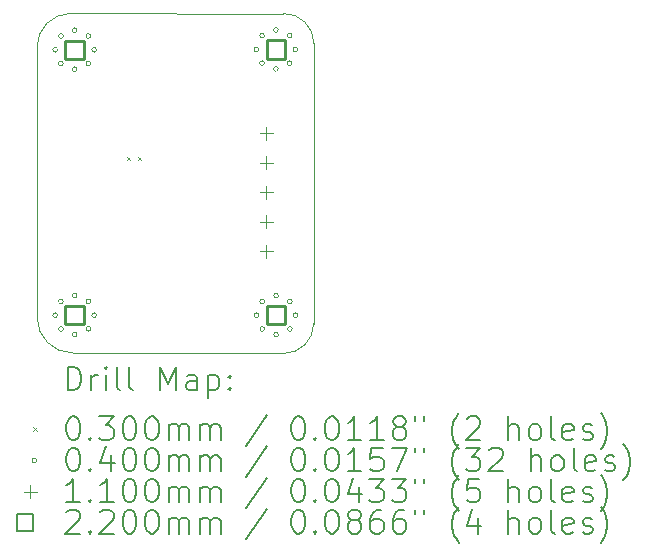
<source format=gbr>
%TF.GenerationSoftware,KiCad,Pcbnew,8.0.8*%
%TF.CreationDate,2025-04-14T11:13:20+01:00*%
%TF.ProjectId,Bat-mon_v1-Sensor Shield,4261742d-6d6f-46e5-9f76-312d53656e73,rev?*%
%TF.SameCoordinates,Original*%
%TF.FileFunction,Drillmap*%
%TF.FilePolarity,Positive*%
%FSLAX45Y45*%
G04 Gerber Fmt 4.5, Leading zero omitted, Abs format (unit mm)*
G04 Created by KiCad (PCBNEW 8.0.8) date 2025-04-14 11:13:20*
%MOMM*%
%LPD*%
G01*
G04 APERTURE LIST*
%ADD10C,0.050000*%
%ADD11C,0.200000*%
%ADD12C,0.100000*%
%ADD13C,0.110000*%
%ADD14C,0.220000*%
G04 APERTURE END LIST*
D10*
X9633224Y-6873224D02*
X9635000Y-4500000D01*
X9633224Y-6873224D02*
G75*
G02*
X9383224Y-7123224I-250004J4D01*
G01*
X7575000Y-4245000D02*
X9375041Y-4246366D01*
X7592133Y-7120000D02*
G75*
G02*
X7292130Y-6820000I-3J300000D01*
G01*
X7292133Y-6820000D02*
X7291381Y-4527868D01*
X7291381Y-4527868D02*
G75*
G02*
X7575000Y-4245005I285729J-2872D01*
G01*
X7592133Y-7120000D02*
X9383224Y-7123224D01*
X9375041Y-4246366D02*
G75*
G02*
X9635004Y-4500000I7549J-252304D01*
G01*
D11*
D12*
X8050000Y-5460000D02*
X8080000Y-5490000D01*
X8080000Y-5460000D02*
X8050000Y-5490000D01*
X8145000Y-5460000D02*
X8175000Y-5490000D01*
X8175000Y-5460000D02*
X8145000Y-5490000D01*
X7465000Y-4553327D02*
G75*
G02*
X7425000Y-4553327I-20000J0D01*
G01*
X7425000Y-4553327D02*
G75*
G02*
X7465000Y-4553327I20000J0D01*
G01*
X7465000Y-6800000D02*
G75*
G02*
X7425000Y-6800000I-20000J0D01*
G01*
X7425000Y-6800000D02*
G75*
G02*
X7465000Y-6800000I20000J0D01*
G01*
X7513327Y-4436655D02*
G75*
G02*
X7473327Y-4436655I-20000J0D01*
G01*
X7473327Y-4436655D02*
G75*
G02*
X7513327Y-4436655I20000J0D01*
G01*
X7513327Y-4670000D02*
G75*
G02*
X7473327Y-4670000I-20000J0D01*
G01*
X7473327Y-4670000D02*
G75*
G02*
X7513327Y-4670000I20000J0D01*
G01*
X7513327Y-6683327D02*
G75*
G02*
X7473327Y-6683327I-20000J0D01*
G01*
X7473327Y-6683327D02*
G75*
G02*
X7513327Y-6683327I20000J0D01*
G01*
X7513327Y-6916673D02*
G75*
G02*
X7473327Y-6916673I-20000J0D01*
G01*
X7473327Y-6916673D02*
G75*
G02*
X7513327Y-6916673I20000J0D01*
G01*
X7630000Y-4388327D02*
G75*
G02*
X7590000Y-4388327I-20000J0D01*
G01*
X7590000Y-4388327D02*
G75*
G02*
X7630000Y-4388327I20000J0D01*
G01*
X7630000Y-4718327D02*
G75*
G02*
X7590000Y-4718327I-20000J0D01*
G01*
X7590000Y-4718327D02*
G75*
G02*
X7630000Y-4718327I20000J0D01*
G01*
X7630000Y-6635000D02*
G75*
G02*
X7590000Y-6635000I-20000J0D01*
G01*
X7590000Y-6635000D02*
G75*
G02*
X7630000Y-6635000I20000J0D01*
G01*
X7630000Y-6965000D02*
G75*
G02*
X7590000Y-6965000I-20000J0D01*
G01*
X7590000Y-6965000D02*
G75*
G02*
X7630000Y-6965000I20000J0D01*
G01*
X7746673Y-4436655D02*
G75*
G02*
X7706673Y-4436655I-20000J0D01*
G01*
X7706673Y-4436655D02*
G75*
G02*
X7746673Y-4436655I20000J0D01*
G01*
X7746673Y-4670000D02*
G75*
G02*
X7706673Y-4670000I-20000J0D01*
G01*
X7706673Y-4670000D02*
G75*
G02*
X7746673Y-4670000I20000J0D01*
G01*
X7746673Y-6683327D02*
G75*
G02*
X7706673Y-6683327I-20000J0D01*
G01*
X7706673Y-6683327D02*
G75*
G02*
X7746673Y-6683327I20000J0D01*
G01*
X7746673Y-6916673D02*
G75*
G02*
X7706673Y-6916673I-20000J0D01*
G01*
X7706673Y-6916673D02*
G75*
G02*
X7746673Y-6916673I20000J0D01*
G01*
X7795000Y-4553327D02*
G75*
G02*
X7755000Y-4553327I-20000J0D01*
G01*
X7755000Y-4553327D02*
G75*
G02*
X7795000Y-4553327I20000J0D01*
G01*
X7795000Y-6800000D02*
G75*
G02*
X7755000Y-6800000I-20000J0D01*
G01*
X7755000Y-6800000D02*
G75*
G02*
X7795000Y-6800000I20000J0D01*
G01*
X9168327Y-4550000D02*
G75*
G02*
X9128327Y-4550000I-20000J0D01*
G01*
X9128327Y-4550000D02*
G75*
G02*
X9168327Y-4550000I20000J0D01*
G01*
X9170000Y-6800000D02*
G75*
G02*
X9130000Y-6800000I-20000J0D01*
G01*
X9130000Y-6800000D02*
G75*
G02*
X9170000Y-6800000I20000J0D01*
G01*
X9216655Y-4433327D02*
G75*
G02*
X9176655Y-4433327I-20000J0D01*
G01*
X9176655Y-4433327D02*
G75*
G02*
X9216655Y-4433327I20000J0D01*
G01*
X9216655Y-4666673D02*
G75*
G02*
X9176655Y-4666673I-20000J0D01*
G01*
X9176655Y-4666673D02*
G75*
G02*
X9216655Y-4666673I20000J0D01*
G01*
X9218327Y-6683327D02*
G75*
G02*
X9178327Y-6683327I-20000J0D01*
G01*
X9178327Y-6683327D02*
G75*
G02*
X9218327Y-6683327I20000J0D01*
G01*
X9218327Y-6916673D02*
G75*
G02*
X9178327Y-6916673I-20000J0D01*
G01*
X9178327Y-6916673D02*
G75*
G02*
X9218327Y-6916673I20000J0D01*
G01*
X9333327Y-4385000D02*
G75*
G02*
X9293327Y-4385000I-20000J0D01*
G01*
X9293327Y-4385000D02*
G75*
G02*
X9333327Y-4385000I20000J0D01*
G01*
X9333327Y-4715000D02*
G75*
G02*
X9293327Y-4715000I-20000J0D01*
G01*
X9293327Y-4715000D02*
G75*
G02*
X9333327Y-4715000I20000J0D01*
G01*
X9335000Y-6635000D02*
G75*
G02*
X9295000Y-6635000I-20000J0D01*
G01*
X9295000Y-6635000D02*
G75*
G02*
X9335000Y-6635000I20000J0D01*
G01*
X9335000Y-6965000D02*
G75*
G02*
X9295000Y-6965000I-20000J0D01*
G01*
X9295000Y-6965000D02*
G75*
G02*
X9335000Y-6965000I20000J0D01*
G01*
X9450000Y-4433327D02*
G75*
G02*
X9410000Y-4433327I-20000J0D01*
G01*
X9410000Y-4433327D02*
G75*
G02*
X9450000Y-4433327I20000J0D01*
G01*
X9450000Y-4666673D02*
G75*
G02*
X9410000Y-4666673I-20000J0D01*
G01*
X9410000Y-4666673D02*
G75*
G02*
X9450000Y-4666673I20000J0D01*
G01*
X9451673Y-6683327D02*
G75*
G02*
X9411673Y-6683327I-20000J0D01*
G01*
X9411673Y-6683327D02*
G75*
G02*
X9451673Y-6683327I20000J0D01*
G01*
X9451673Y-6916673D02*
G75*
G02*
X9411673Y-6916673I-20000J0D01*
G01*
X9411673Y-6916673D02*
G75*
G02*
X9451673Y-6916673I20000J0D01*
G01*
X9498327Y-4550000D02*
G75*
G02*
X9458327Y-4550000I-20000J0D01*
G01*
X9458327Y-4550000D02*
G75*
G02*
X9498327Y-4550000I20000J0D01*
G01*
X9500000Y-6800000D02*
G75*
G02*
X9460000Y-6800000I-20000J0D01*
G01*
X9460000Y-6800000D02*
G75*
G02*
X9500000Y-6800000I20000J0D01*
G01*
D13*
X9232500Y-5205000D02*
X9232500Y-5315000D01*
X9177500Y-5260000D02*
X9287500Y-5260000D01*
X9232500Y-5455000D02*
X9232500Y-5565000D01*
X9177500Y-5510000D02*
X9287500Y-5510000D01*
X9232500Y-5705000D02*
X9232500Y-5815000D01*
X9177500Y-5760000D02*
X9287500Y-5760000D01*
X9232500Y-5955000D02*
X9232500Y-6065000D01*
X9177500Y-6010000D02*
X9287500Y-6010000D01*
X9232500Y-6205000D02*
X9232500Y-6315000D01*
X9177500Y-6260000D02*
X9287500Y-6260000D01*
D14*
X7687782Y-4631110D02*
X7687782Y-4475545D01*
X7532217Y-4475545D01*
X7532217Y-4631110D01*
X7687782Y-4631110D01*
X7687782Y-6877782D02*
X7687782Y-6722217D01*
X7532217Y-6722217D01*
X7532217Y-6877782D01*
X7687782Y-6877782D01*
X9391110Y-4627783D02*
X9391110Y-4472218D01*
X9235545Y-4472218D01*
X9235545Y-4627783D01*
X9391110Y-4627783D01*
X9392783Y-6877782D02*
X9392783Y-6722217D01*
X9237218Y-6722217D01*
X9237218Y-6877782D01*
X9392783Y-6877782D01*
D11*
X7549658Y-7437208D02*
X7549658Y-7237208D01*
X7549658Y-7237208D02*
X7597277Y-7237208D01*
X7597277Y-7237208D02*
X7625849Y-7246732D01*
X7625849Y-7246732D02*
X7644896Y-7265779D01*
X7644896Y-7265779D02*
X7654420Y-7284827D01*
X7654420Y-7284827D02*
X7663944Y-7322922D01*
X7663944Y-7322922D02*
X7663944Y-7351494D01*
X7663944Y-7351494D02*
X7654420Y-7389589D01*
X7654420Y-7389589D02*
X7644896Y-7408637D01*
X7644896Y-7408637D02*
X7625849Y-7427684D01*
X7625849Y-7427684D02*
X7597277Y-7437208D01*
X7597277Y-7437208D02*
X7549658Y-7437208D01*
X7749658Y-7437208D02*
X7749658Y-7303875D01*
X7749658Y-7341970D02*
X7759182Y-7322922D01*
X7759182Y-7322922D02*
X7768706Y-7313398D01*
X7768706Y-7313398D02*
X7787753Y-7303875D01*
X7787753Y-7303875D02*
X7806801Y-7303875D01*
X7873468Y-7437208D02*
X7873468Y-7303875D01*
X7873468Y-7237208D02*
X7863944Y-7246732D01*
X7863944Y-7246732D02*
X7873468Y-7256256D01*
X7873468Y-7256256D02*
X7882991Y-7246732D01*
X7882991Y-7246732D02*
X7873468Y-7237208D01*
X7873468Y-7237208D02*
X7873468Y-7256256D01*
X7997277Y-7437208D02*
X7978229Y-7427684D01*
X7978229Y-7427684D02*
X7968706Y-7408637D01*
X7968706Y-7408637D02*
X7968706Y-7237208D01*
X8102039Y-7437208D02*
X8082991Y-7427684D01*
X8082991Y-7427684D02*
X8073468Y-7408637D01*
X8073468Y-7408637D02*
X8073468Y-7237208D01*
X8330610Y-7437208D02*
X8330610Y-7237208D01*
X8330610Y-7237208D02*
X8397277Y-7380065D01*
X8397277Y-7380065D02*
X8463944Y-7237208D01*
X8463944Y-7237208D02*
X8463944Y-7437208D01*
X8644896Y-7437208D02*
X8644896Y-7332446D01*
X8644896Y-7332446D02*
X8635372Y-7313398D01*
X8635372Y-7313398D02*
X8616325Y-7303875D01*
X8616325Y-7303875D02*
X8578230Y-7303875D01*
X8578230Y-7303875D02*
X8559182Y-7313398D01*
X8644896Y-7427684D02*
X8625849Y-7437208D01*
X8625849Y-7437208D02*
X8578230Y-7437208D01*
X8578230Y-7437208D02*
X8559182Y-7427684D01*
X8559182Y-7427684D02*
X8549658Y-7408637D01*
X8549658Y-7408637D02*
X8549658Y-7389589D01*
X8549658Y-7389589D02*
X8559182Y-7370541D01*
X8559182Y-7370541D02*
X8578230Y-7361018D01*
X8578230Y-7361018D02*
X8625849Y-7361018D01*
X8625849Y-7361018D02*
X8644896Y-7351494D01*
X8740134Y-7303875D02*
X8740134Y-7503875D01*
X8740134Y-7313398D02*
X8759182Y-7303875D01*
X8759182Y-7303875D02*
X8797277Y-7303875D01*
X8797277Y-7303875D02*
X8816325Y-7313398D01*
X8816325Y-7313398D02*
X8825849Y-7322922D01*
X8825849Y-7322922D02*
X8835372Y-7341970D01*
X8835372Y-7341970D02*
X8835372Y-7399113D01*
X8835372Y-7399113D02*
X8825849Y-7418160D01*
X8825849Y-7418160D02*
X8816325Y-7427684D01*
X8816325Y-7427684D02*
X8797277Y-7437208D01*
X8797277Y-7437208D02*
X8759182Y-7437208D01*
X8759182Y-7437208D02*
X8740134Y-7427684D01*
X8921087Y-7418160D02*
X8930611Y-7427684D01*
X8930611Y-7427684D02*
X8921087Y-7437208D01*
X8921087Y-7437208D02*
X8911563Y-7427684D01*
X8911563Y-7427684D02*
X8921087Y-7418160D01*
X8921087Y-7418160D02*
X8921087Y-7437208D01*
X8921087Y-7313398D02*
X8930611Y-7322922D01*
X8930611Y-7322922D02*
X8921087Y-7332446D01*
X8921087Y-7332446D02*
X8911563Y-7322922D01*
X8911563Y-7322922D02*
X8921087Y-7313398D01*
X8921087Y-7313398D02*
X8921087Y-7332446D01*
D12*
X7258881Y-7750724D02*
X7288881Y-7780724D01*
X7288881Y-7750724D02*
X7258881Y-7780724D01*
D11*
X7587753Y-7657208D02*
X7606801Y-7657208D01*
X7606801Y-7657208D02*
X7625849Y-7666732D01*
X7625849Y-7666732D02*
X7635372Y-7676256D01*
X7635372Y-7676256D02*
X7644896Y-7695303D01*
X7644896Y-7695303D02*
X7654420Y-7733398D01*
X7654420Y-7733398D02*
X7654420Y-7781018D01*
X7654420Y-7781018D02*
X7644896Y-7819113D01*
X7644896Y-7819113D02*
X7635372Y-7838160D01*
X7635372Y-7838160D02*
X7625849Y-7847684D01*
X7625849Y-7847684D02*
X7606801Y-7857208D01*
X7606801Y-7857208D02*
X7587753Y-7857208D01*
X7587753Y-7857208D02*
X7568706Y-7847684D01*
X7568706Y-7847684D02*
X7559182Y-7838160D01*
X7559182Y-7838160D02*
X7549658Y-7819113D01*
X7549658Y-7819113D02*
X7540134Y-7781018D01*
X7540134Y-7781018D02*
X7540134Y-7733398D01*
X7540134Y-7733398D02*
X7549658Y-7695303D01*
X7549658Y-7695303D02*
X7559182Y-7676256D01*
X7559182Y-7676256D02*
X7568706Y-7666732D01*
X7568706Y-7666732D02*
X7587753Y-7657208D01*
X7740134Y-7838160D02*
X7749658Y-7847684D01*
X7749658Y-7847684D02*
X7740134Y-7857208D01*
X7740134Y-7857208D02*
X7730610Y-7847684D01*
X7730610Y-7847684D02*
X7740134Y-7838160D01*
X7740134Y-7838160D02*
X7740134Y-7857208D01*
X7816325Y-7657208D02*
X7940134Y-7657208D01*
X7940134Y-7657208D02*
X7873468Y-7733398D01*
X7873468Y-7733398D02*
X7902039Y-7733398D01*
X7902039Y-7733398D02*
X7921087Y-7742922D01*
X7921087Y-7742922D02*
X7930610Y-7752446D01*
X7930610Y-7752446D02*
X7940134Y-7771494D01*
X7940134Y-7771494D02*
X7940134Y-7819113D01*
X7940134Y-7819113D02*
X7930610Y-7838160D01*
X7930610Y-7838160D02*
X7921087Y-7847684D01*
X7921087Y-7847684D02*
X7902039Y-7857208D01*
X7902039Y-7857208D02*
X7844896Y-7857208D01*
X7844896Y-7857208D02*
X7825849Y-7847684D01*
X7825849Y-7847684D02*
X7816325Y-7838160D01*
X8063944Y-7657208D02*
X8082991Y-7657208D01*
X8082991Y-7657208D02*
X8102039Y-7666732D01*
X8102039Y-7666732D02*
X8111563Y-7676256D01*
X8111563Y-7676256D02*
X8121087Y-7695303D01*
X8121087Y-7695303D02*
X8130610Y-7733398D01*
X8130610Y-7733398D02*
X8130610Y-7781018D01*
X8130610Y-7781018D02*
X8121087Y-7819113D01*
X8121087Y-7819113D02*
X8111563Y-7838160D01*
X8111563Y-7838160D02*
X8102039Y-7847684D01*
X8102039Y-7847684D02*
X8082991Y-7857208D01*
X8082991Y-7857208D02*
X8063944Y-7857208D01*
X8063944Y-7857208D02*
X8044896Y-7847684D01*
X8044896Y-7847684D02*
X8035372Y-7838160D01*
X8035372Y-7838160D02*
X8025849Y-7819113D01*
X8025849Y-7819113D02*
X8016325Y-7781018D01*
X8016325Y-7781018D02*
X8016325Y-7733398D01*
X8016325Y-7733398D02*
X8025849Y-7695303D01*
X8025849Y-7695303D02*
X8035372Y-7676256D01*
X8035372Y-7676256D02*
X8044896Y-7666732D01*
X8044896Y-7666732D02*
X8063944Y-7657208D01*
X8254420Y-7657208D02*
X8273468Y-7657208D01*
X8273468Y-7657208D02*
X8292515Y-7666732D01*
X8292515Y-7666732D02*
X8302039Y-7676256D01*
X8302039Y-7676256D02*
X8311563Y-7695303D01*
X8311563Y-7695303D02*
X8321087Y-7733398D01*
X8321087Y-7733398D02*
X8321087Y-7781018D01*
X8321087Y-7781018D02*
X8311563Y-7819113D01*
X8311563Y-7819113D02*
X8302039Y-7838160D01*
X8302039Y-7838160D02*
X8292515Y-7847684D01*
X8292515Y-7847684D02*
X8273468Y-7857208D01*
X8273468Y-7857208D02*
X8254420Y-7857208D01*
X8254420Y-7857208D02*
X8235372Y-7847684D01*
X8235372Y-7847684D02*
X8225849Y-7838160D01*
X8225849Y-7838160D02*
X8216325Y-7819113D01*
X8216325Y-7819113D02*
X8206801Y-7781018D01*
X8206801Y-7781018D02*
X8206801Y-7733398D01*
X8206801Y-7733398D02*
X8216325Y-7695303D01*
X8216325Y-7695303D02*
X8225849Y-7676256D01*
X8225849Y-7676256D02*
X8235372Y-7666732D01*
X8235372Y-7666732D02*
X8254420Y-7657208D01*
X8406801Y-7857208D02*
X8406801Y-7723875D01*
X8406801Y-7742922D02*
X8416325Y-7733398D01*
X8416325Y-7733398D02*
X8435372Y-7723875D01*
X8435372Y-7723875D02*
X8463944Y-7723875D01*
X8463944Y-7723875D02*
X8482992Y-7733398D01*
X8482992Y-7733398D02*
X8492515Y-7752446D01*
X8492515Y-7752446D02*
X8492515Y-7857208D01*
X8492515Y-7752446D02*
X8502039Y-7733398D01*
X8502039Y-7733398D02*
X8521087Y-7723875D01*
X8521087Y-7723875D02*
X8549658Y-7723875D01*
X8549658Y-7723875D02*
X8568706Y-7733398D01*
X8568706Y-7733398D02*
X8578230Y-7752446D01*
X8578230Y-7752446D02*
X8578230Y-7857208D01*
X8673468Y-7857208D02*
X8673468Y-7723875D01*
X8673468Y-7742922D02*
X8682992Y-7733398D01*
X8682992Y-7733398D02*
X8702039Y-7723875D01*
X8702039Y-7723875D02*
X8730611Y-7723875D01*
X8730611Y-7723875D02*
X8749658Y-7733398D01*
X8749658Y-7733398D02*
X8759182Y-7752446D01*
X8759182Y-7752446D02*
X8759182Y-7857208D01*
X8759182Y-7752446D02*
X8768706Y-7733398D01*
X8768706Y-7733398D02*
X8787753Y-7723875D01*
X8787753Y-7723875D02*
X8816325Y-7723875D01*
X8816325Y-7723875D02*
X8835373Y-7733398D01*
X8835373Y-7733398D02*
X8844896Y-7752446D01*
X8844896Y-7752446D02*
X8844896Y-7857208D01*
X9235373Y-7647684D02*
X9063944Y-7904827D01*
X9492515Y-7657208D02*
X9511563Y-7657208D01*
X9511563Y-7657208D02*
X9530611Y-7666732D01*
X9530611Y-7666732D02*
X9540135Y-7676256D01*
X9540135Y-7676256D02*
X9549658Y-7695303D01*
X9549658Y-7695303D02*
X9559182Y-7733398D01*
X9559182Y-7733398D02*
X9559182Y-7781018D01*
X9559182Y-7781018D02*
X9549658Y-7819113D01*
X9549658Y-7819113D02*
X9540135Y-7838160D01*
X9540135Y-7838160D02*
X9530611Y-7847684D01*
X9530611Y-7847684D02*
X9511563Y-7857208D01*
X9511563Y-7857208D02*
X9492515Y-7857208D01*
X9492515Y-7857208D02*
X9473468Y-7847684D01*
X9473468Y-7847684D02*
X9463944Y-7838160D01*
X9463944Y-7838160D02*
X9454420Y-7819113D01*
X9454420Y-7819113D02*
X9444896Y-7781018D01*
X9444896Y-7781018D02*
X9444896Y-7733398D01*
X9444896Y-7733398D02*
X9454420Y-7695303D01*
X9454420Y-7695303D02*
X9463944Y-7676256D01*
X9463944Y-7676256D02*
X9473468Y-7666732D01*
X9473468Y-7666732D02*
X9492515Y-7657208D01*
X9644896Y-7838160D02*
X9654420Y-7847684D01*
X9654420Y-7847684D02*
X9644896Y-7857208D01*
X9644896Y-7857208D02*
X9635373Y-7847684D01*
X9635373Y-7847684D02*
X9644896Y-7838160D01*
X9644896Y-7838160D02*
X9644896Y-7857208D01*
X9778230Y-7657208D02*
X9797277Y-7657208D01*
X9797277Y-7657208D02*
X9816325Y-7666732D01*
X9816325Y-7666732D02*
X9825849Y-7676256D01*
X9825849Y-7676256D02*
X9835373Y-7695303D01*
X9835373Y-7695303D02*
X9844896Y-7733398D01*
X9844896Y-7733398D02*
X9844896Y-7781018D01*
X9844896Y-7781018D02*
X9835373Y-7819113D01*
X9835373Y-7819113D02*
X9825849Y-7838160D01*
X9825849Y-7838160D02*
X9816325Y-7847684D01*
X9816325Y-7847684D02*
X9797277Y-7857208D01*
X9797277Y-7857208D02*
X9778230Y-7857208D01*
X9778230Y-7857208D02*
X9759182Y-7847684D01*
X9759182Y-7847684D02*
X9749658Y-7838160D01*
X9749658Y-7838160D02*
X9740135Y-7819113D01*
X9740135Y-7819113D02*
X9730611Y-7781018D01*
X9730611Y-7781018D02*
X9730611Y-7733398D01*
X9730611Y-7733398D02*
X9740135Y-7695303D01*
X9740135Y-7695303D02*
X9749658Y-7676256D01*
X9749658Y-7676256D02*
X9759182Y-7666732D01*
X9759182Y-7666732D02*
X9778230Y-7657208D01*
X10035373Y-7857208D02*
X9921087Y-7857208D01*
X9978230Y-7857208D02*
X9978230Y-7657208D01*
X9978230Y-7657208D02*
X9959182Y-7685779D01*
X9959182Y-7685779D02*
X9940135Y-7704827D01*
X9940135Y-7704827D02*
X9921087Y-7714351D01*
X10225849Y-7857208D02*
X10111563Y-7857208D01*
X10168706Y-7857208D02*
X10168706Y-7657208D01*
X10168706Y-7657208D02*
X10149658Y-7685779D01*
X10149658Y-7685779D02*
X10130611Y-7704827D01*
X10130611Y-7704827D02*
X10111563Y-7714351D01*
X10340135Y-7742922D02*
X10321087Y-7733398D01*
X10321087Y-7733398D02*
X10311563Y-7723875D01*
X10311563Y-7723875D02*
X10302039Y-7704827D01*
X10302039Y-7704827D02*
X10302039Y-7695303D01*
X10302039Y-7695303D02*
X10311563Y-7676256D01*
X10311563Y-7676256D02*
X10321087Y-7666732D01*
X10321087Y-7666732D02*
X10340135Y-7657208D01*
X10340135Y-7657208D02*
X10378230Y-7657208D01*
X10378230Y-7657208D02*
X10397277Y-7666732D01*
X10397277Y-7666732D02*
X10406801Y-7676256D01*
X10406801Y-7676256D02*
X10416325Y-7695303D01*
X10416325Y-7695303D02*
X10416325Y-7704827D01*
X10416325Y-7704827D02*
X10406801Y-7723875D01*
X10406801Y-7723875D02*
X10397277Y-7733398D01*
X10397277Y-7733398D02*
X10378230Y-7742922D01*
X10378230Y-7742922D02*
X10340135Y-7742922D01*
X10340135Y-7742922D02*
X10321087Y-7752446D01*
X10321087Y-7752446D02*
X10311563Y-7761970D01*
X10311563Y-7761970D02*
X10302039Y-7781018D01*
X10302039Y-7781018D02*
X10302039Y-7819113D01*
X10302039Y-7819113D02*
X10311563Y-7838160D01*
X10311563Y-7838160D02*
X10321087Y-7847684D01*
X10321087Y-7847684D02*
X10340135Y-7857208D01*
X10340135Y-7857208D02*
X10378230Y-7857208D01*
X10378230Y-7857208D02*
X10397277Y-7847684D01*
X10397277Y-7847684D02*
X10406801Y-7838160D01*
X10406801Y-7838160D02*
X10416325Y-7819113D01*
X10416325Y-7819113D02*
X10416325Y-7781018D01*
X10416325Y-7781018D02*
X10406801Y-7761970D01*
X10406801Y-7761970D02*
X10397277Y-7752446D01*
X10397277Y-7752446D02*
X10378230Y-7742922D01*
X10492516Y-7657208D02*
X10492516Y-7695303D01*
X10568706Y-7657208D02*
X10568706Y-7695303D01*
X10863944Y-7933398D02*
X10854420Y-7923875D01*
X10854420Y-7923875D02*
X10835373Y-7895303D01*
X10835373Y-7895303D02*
X10825849Y-7876256D01*
X10825849Y-7876256D02*
X10816325Y-7847684D01*
X10816325Y-7847684D02*
X10806801Y-7800065D01*
X10806801Y-7800065D02*
X10806801Y-7761970D01*
X10806801Y-7761970D02*
X10816325Y-7714351D01*
X10816325Y-7714351D02*
X10825849Y-7685779D01*
X10825849Y-7685779D02*
X10835373Y-7666732D01*
X10835373Y-7666732D02*
X10854420Y-7638160D01*
X10854420Y-7638160D02*
X10863944Y-7628637D01*
X10930611Y-7676256D02*
X10940135Y-7666732D01*
X10940135Y-7666732D02*
X10959182Y-7657208D01*
X10959182Y-7657208D02*
X11006801Y-7657208D01*
X11006801Y-7657208D02*
X11025849Y-7666732D01*
X11025849Y-7666732D02*
X11035373Y-7676256D01*
X11035373Y-7676256D02*
X11044897Y-7695303D01*
X11044897Y-7695303D02*
X11044897Y-7714351D01*
X11044897Y-7714351D02*
X11035373Y-7742922D01*
X11035373Y-7742922D02*
X10921087Y-7857208D01*
X10921087Y-7857208D02*
X11044897Y-7857208D01*
X11282992Y-7857208D02*
X11282992Y-7657208D01*
X11368706Y-7857208D02*
X11368706Y-7752446D01*
X11368706Y-7752446D02*
X11359182Y-7733398D01*
X11359182Y-7733398D02*
X11340135Y-7723875D01*
X11340135Y-7723875D02*
X11311563Y-7723875D01*
X11311563Y-7723875D02*
X11292516Y-7733398D01*
X11292516Y-7733398D02*
X11282992Y-7742922D01*
X11492516Y-7857208D02*
X11473468Y-7847684D01*
X11473468Y-7847684D02*
X11463944Y-7838160D01*
X11463944Y-7838160D02*
X11454420Y-7819113D01*
X11454420Y-7819113D02*
X11454420Y-7761970D01*
X11454420Y-7761970D02*
X11463944Y-7742922D01*
X11463944Y-7742922D02*
X11473468Y-7733398D01*
X11473468Y-7733398D02*
X11492516Y-7723875D01*
X11492516Y-7723875D02*
X11521087Y-7723875D01*
X11521087Y-7723875D02*
X11540135Y-7733398D01*
X11540135Y-7733398D02*
X11549658Y-7742922D01*
X11549658Y-7742922D02*
X11559182Y-7761970D01*
X11559182Y-7761970D02*
X11559182Y-7819113D01*
X11559182Y-7819113D02*
X11549658Y-7838160D01*
X11549658Y-7838160D02*
X11540135Y-7847684D01*
X11540135Y-7847684D02*
X11521087Y-7857208D01*
X11521087Y-7857208D02*
X11492516Y-7857208D01*
X11673468Y-7857208D02*
X11654420Y-7847684D01*
X11654420Y-7847684D02*
X11644897Y-7828637D01*
X11644897Y-7828637D02*
X11644897Y-7657208D01*
X11825849Y-7847684D02*
X11806801Y-7857208D01*
X11806801Y-7857208D02*
X11768706Y-7857208D01*
X11768706Y-7857208D02*
X11749658Y-7847684D01*
X11749658Y-7847684D02*
X11740135Y-7828637D01*
X11740135Y-7828637D02*
X11740135Y-7752446D01*
X11740135Y-7752446D02*
X11749658Y-7733398D01*
X11749658Y-7733398D02*
X11768706Y-7723875D01*
X11768706Y-7723875D02*
X11806801Y-7723875D01*
X11806801Y-7723875D02*
X11825849Y-7733398D01*
X11825849Y-7733398D02*
X11835373Y-7752446D01*
X11835373Y-7752446D02*
X11835373Y-7771494D01*
X11835373Y-7771494D02*
X11740135Y-7790541D01*
X11911563Y-7847684D02*
X11930611Y-7857208D01*
X11930611Y-7857208D02*
X11968706Y-7857208D01*
X11968706Y-7857208D02*
X11987754Y-7847684D01*
X11987754Y-7847684D02*
X11997278Y-7828637D01*
X11997278Y-7828637D02*
X11997278Y-7819113D01*
X11997278Y-7819113D02*
X11987754Y-7800065D01*
X11987754Y-7800065D02*
X11968706Y-7790541D01*
X11968706Y-7790541D02*
X11940135Y-7790541D01*
X11940135Y-7790541D02*
X11921087Y-7781018D01*
X11921087Y-7781018D02*
X11911563Y-7761970D01*
X11911563Y-7761970D02*
X11911563Y-7752446D01*
X11911563Y-7752446D02*
X11921087Y-7733398D01*
X11921087Y-7733398D02*
X11940135Y-7723875D01*
X11940135Y-7723875D02*
X11968706Y-7723875D01*
X11968706Y-7723875D02*
X11987754Y-7733398D01*
X12063944Y-7933398D02*
X12073468Y-7923875D01*
X12073468Y-7923875D02*
X12092516Y-7895303D01*
X12092516Y-7895303D02*
X12102039Y-7876256D01*
X12102039Y-7876256D02*
X12111563Y-7847684D01*
X12111563Y-7847684D02*
X12121087Y-7800065D01*
X12121087Y-7800065D02*
X12121087Y-7761970D01*
X12121087Y-7761970D02*
X12111563Y-7714351D01*
X12111563Y-7714351D02*
X12102039Y-7685779D01*
X12102039Y-7685779D02*
X12092516Y-7666732D01*
X12092516Y-7666732D02*
X12073468Y-7638160D01*
X12073468Y-7638160D02*
X12063944Y-7628637D01*
D12*
X7288881Y-8029724D02*
G75*
G02*
X7248881Y-8029724I-20000J0D01*
G01*
X7248881Y-8029724D02*
G75*
G02*
X7288881Y-8029724I20000J0D01*
G01*
D11*
X7587753Y-7921208D02*
X7606801Y-7921208D01*
X7606801Y-7921208D02*
X7625849Y-7930732D01*
X7625849Y-7930732D02*
X7635372Y-7940256D01*
X7635372Y-7940256D02*
X7644896Y-7959303D01*
X7644896Y-7959303D02*
X7654420Y-7997398D01*
X7654420Y-7997398D02*
X7654420Y-8045018D01*
X7654420Y-8045018D02*
X7644896Y-8083113D01*
X7644896Y-8083113D02*
X7635372Y-8102160D01*
X7635372Y-8102160D02*
X7625849Y-8111684D01*
X7625849Y-8111684D02*
X7606801Y-8121208D01*
X7606801Y-8121208D02*
X7587753Y-8121208D01*
X7587753Y-8121208D02*
X7568706Y-8111684D01*
X7568706Y-8111684D02*
X7559182Y-8102160D01*
X7559182Y-8102160D02*
X7549658Y-8083113D01*
X7549658Y-8083113D02*
X7540134Y-8045018D01*
X7540134Y-8045018D02*
X7540134Y-7997398D01*
X7540134Y-7997398D02*
X7549658Y-7959303D01*
X7549658Y-7959303D02*
X7559182Y-7940256D01*
X7559182Y-7940256D02*
X7568706Y-7930732D01*
X7568706Y-7930732D02*
X7587753Y-7921208D01*
X7740134Y-8102160D02*
X7749658Y-8111684D01*
X7749658Y-8111684D02*
X7740134Y-8121208D01*
X7740134Y-8121208D02*
X7730610Y-8111684D01*
X7730610Y-8111684D02*
X7740134Y-8102160D01*
X7740134Y-8102160D02*
X7740134Y-8121208D01*
X7921087Y-7987875D02*
X7921087Y-8121208D01*
X7873468Y-7911684D02*
X7825849Y-8054541D01*
X7825849Y-8054541D02*
X7949658Y-8054541D01*
X8063944Y-7921208D02*
X8082991Y-7921208D01*
X8082991Y-7921208D02*
X8102039Y-7930732D01*
X8102039Y-7930732D02*
X8111563Y-7940256D01*
X8111563Y-7940256D02*
X8121087Y-7959303D01*
X8121087Y-7959303D02*
X8130610Y-7997398D01*
X8130610Y-7997398D02*
X8130610Y-8045018D01*
X8130610Y-8045018D02*
X8121087Y-8083113D01*
X8121087Y-8083113D02*
X8111563Y-8102160D01*
X8111563Y-8102160D02*
X8102039Y-8111684D01*
X8102039Y-8111684D02*
X8082991Y-8121208D01*
X8082991Y-8121208D02*
X8063944Y-8121208D01*
X8063944Y-8121208D02*
X8044896Y-8111684D01*
X8044896Y-8111684D02*
X8035372Y-8102160D01*
X8035372Y-8102160D02*
X8025849Y-8083113D01*
X8025849Y-8083113D02*
X8016325Y-8045018D01*
X8016325Y-8045018D02*
X8016325Y-7997398D01*
X8016325Y-7997398D02*
X8025849Y-7959303D01*
X8025849Y-7959303D02*
X8035372Y-7940256D01*
X8035372Y-7940256D02*
X8044896Y-7930732D01*
X8044896Y-7930732D02*
X8063944Y-7921208D01*
X8254420Y-7921208D02*
X8273468Y-7921208D01*
X8273468Y-7921208D02*
X8292515Y-7930732D01*
X8292515Y-7930732D02*
X8302039Y-7940256D01*
X8302039Y-7940256D02*
X8311563Y-7959303D01*
X8311563Y-7959303D02*
X8321087Y-7997398D01*
X8321087Y-7997398D02*
X8321087Y-8045018D01*
X8321087Y-8045018D02*
X8311563Y-8083113D01*
X8311563Y-8083113D02*
X8302039Y-8102160D01*
X8302039Y-8102160D02*
X8292515Y-8111684D01*
X8292515Y-8111684D02*
X8273468Y-8121208D01*
X8273468Y-8121208D02*
X8254420Y-8121208D01*
X8254420Y-8121208D02*
X8235372Y-8111684D01*
X8235372Y-8111684D02*
X8225849Y-8102160D01*
X8225849Y-8102160D02*
X8216325Y-8083113D01*
X8216325Y-8083113D02*
X8206801Y-8045018D01*
X8206801Y-8045018D02*
X8206801Y-7997398D01*
X8206801Y-7997398D02*
X8216325Y-7959303D01*
X8216325Y-7959303D02*
X8225849Y-7940256D01*
X8225849Y-7940256D02*
X8235372Y-7930732D01*
X8235372Y-7930732D02*
X8254420Y-7921208D01*
X8406801Y-8121208D02*
X8406801Y-7987875D01*
X8406801Y-8006922D02*
X8416325Y-7997398D01*
X8416325Y-7997398D02*
X8435372Y-7987875D01*
X8435372Y-7987875D02*
X8463944Y-7987875D01*
X8463944Y-7987875D02*
X8482992Y-7997398D01*
X8482992Y-7997398D02*
X8492515Y-8016446D01*
X8492515Y-8016446D02*
X8492515Y-8121208D01*
X8492515Y-8016446D02*
X8502039Y-7997398D01*
X8502039Y-7997398D02*
X8521087Y-7987875D01*
X8521087Y-7987875D02*
X8549658Y-7987875D01*
X8549658Y-7987875D02*
X8568706Y-7997398D01*
X8568706Y-7997398D02*
X8578230Y-8016446D01*
X8578230Y-8016446D02*
X8578230Y-8121208D01*
X8673468Y-8121208D02*
X8673468Y-7987875D01*
X8673468Y-8006922D02*
X8682992Y-7997398D01*
X8682992Y-7997398D02*
X8702039Y-7987875D01*
X8702039Y-7987875D02*
X8730611Y-7987875D01*
X8730611Y-7987875D02*
X8749658Y-7997398D01*
X8749658Y-7997398D02*
X8759182Y-8016446D01*
X8759182Y-8016446D02*
X8759182Y-8121208D01*
X8759182Y-8016446D02*
X8768706Y-7997398D01*
X8768706Y-7997398D02*
X8787753Y-7987875D01*
X8787753Y-7987875D02*
X8816325Y-7987875D01*
X8816325Y-7987875D02*
X8835373Y-7997398D01*
X8835373Y-7997398D02*
X8844896Y-8016446D01*
X8844896Y-8016446D02*
X8844896Y-8121208D01*
X9235373Y-7911684D02*
X9063944Y-8168827D01*
X9492515Y-7921208D02*
X9511563Y-7921208D01*
X9511563Y-7921208D02*
X9530611Y-7930732D01*
X9530611Y-7930732D02*
X9540135Y-7940256D01*
X9540135Y-7940256D02*
X9549658Y-7959303D01*
X9549658Y-7959303D02*
X9559182Y-7997398D01*
X9559182Y-7997398D02*
X9559182Y-8045018D01*
X9559182Y-8045018D02*
X9549658Y-8083113D01*
X9549658Y-8083113D02*
X9540135Y-8102160D01*
X9540135Y-8102160D02*
X9530611Y-8111684D01*
X9530611Y-8111684D02*
X9511563Y-8121208D01*
X9511563Y-8121208D02*
X9492515Y-8121208D01*
X9492515Y-8121208D02*
X9473468Y-8111684D01*
X9473468Y-8111684D02*
X9463944Y-8102160D01*
X9463944Y-8102160D02*
X9454420Y-8083113D01*
X9454420Y-8083113D02*
X9444896Y-8045018D01*
X9444896Y-8045018D02*
X9444896Y-7997398D01*
X9444896Y-7997398D02*
X9454420Y-7959303D01*
X9454420Y-7959303D02*
X9463944Y-7940256D01*
X9463944Y-7940256D02*
X9473468Y-7930732D01*
X9473468Y-7930732D02*
X9492515Y-7921208D01*
X9644896Y-8102160D02*
X9654420Y-8111684D01*
X9654420Y-8111684D02*
X9644896Y-8121208D01*
X9644896Y-8121208D02*
X9635373Y-8111684D01*
X9635373Y-8111684D02*
X9644896Y-8102160D01*
X9644896Y-8102160D02*
X9644896Y-8121208D01*
X9778230Y-7921208D02*
X9797277Y-7921208D01*
X9797277Y-7921208D02*
X9816325Y-7930732D01*
X9816325Y-7930732D02*
X9825849Y-7940256D01*
X9825849Y-7940256D02*
X9835373Y-7959303D01*
X9835373Y-7959303D02*
X9844896Y-7997398D01*
X9844896Y-7997398D02*
X9844896Y-8045018D01*
X9844896Y-8045018D02*
X9835373Y-8083113D01*
X9835373Y-8083113D02*
X9825849Y-8102160D01*
X9825849Y-8102160D02*
X9816325Y-8111684D01*
X9816325Y-8111684D02*
X9797277Y-8121208D01*
X9797277Y-8121208D02*
X9778230Y-8121208D01*
X9778230Y-8121208D02*
X9759182Y-8111684D01*
X9759182Y-8111684D02*
X9749658Y-8102160D01*
X9749658Y-8102160D02*
X9740135Y-8083113D01*
X9740135Y-8083113D02*
X9730611Y-8045018D01*
X9730611Y-8045018D02*
X9730611Y-7997398D01*
X9730611Y-7997398D02*
X9740135Y-7959303D01*
X9740135Y-7959303D02*
X9749658Y-7940256D01*
X9749658Y-7940256D02*
X9759182Y-7930732D01*
X9759182Y-7930732D02*
X9778230Y-7921208D01*
X10035373Y-8121208D02*
X9921087Y-8121208D01*
X9978230Y-8121208D02*
X9978230Y-7921208D01*
X9978230Y-7921208D02*
X9959182Y-7949779D01*
X9959182Y-7949779D02*
X9940135Y-7968827D01*
X9940135Y-7968827D02*
X9921087Y-7978351D01*
X10216325Y-7921208D02*
X10121087Y-7921208D01*
X10121087Y-7921208D02*
X10111563Y-8016446D01*
X10111563Y-8016446D02*
X10121087Y-8006922D01*
X10121087Y-8006922D02*
X10140135Y-7997398D01*
X10140135Y-7997398D02*
X10187754Y-7997398D01*
X10187754Y-7997398D02*
X10206801Y-8006922D01*
X10206801Y-8006922D02*
X10216325Y-8016446D01*
X10216325Y-8016446D02*
X10225849Y-8035494D01*
X10225849Y-8035494D02*
X10225849Y-8083113D01*
X10225849Y-8083113D02*
X10216325Y-8102160D01*
X10216325Y-8102160D02*
X10206801Y-8111684D01*
X10206801Y-8111684D02*
X10187754Y-8121208D01*
X10187754Y-8121208D02*
X10140135Y-8121208D01*
X10140135Y-8121208D02*
X10121087Y-8111684D01*
X10121087Y-8111684D02*
X10111563Y-8102160D01*
X10292516Y-7921208D02*
X10425849Y-7921208D01*
X10425849Y-7921208D02*
X10340135Y-8121208D01*
X10492516Y-7921208D02*
X10492516Y-7959303D01*
X10568706Y-7921208D02*
X10568706Y-7959303D01*
X10863944Y-8197398D02*
X10854420Y-8187875D01*
X10854420Y-8187875D02*
X10835373Y-8159303D01*
X10835373Y-8159303D02*
X10825849Y-8140256D01*
X10825849Y-8140256D02*
X10816325Y-8111684D01*
X10816325Y-8111684D02*
X10806801Y-8064065D01*
X10806801Y-8064065D02*
X10806801Y-8025970D01*
X10806801Y-8025970D02*
X10816325Y-7978351D01*
X10816325Y-7978351D02*
X10825849Y-7949779D01*
X10825849Y-7949779D02*
X10835373Y-7930732D01*
X10835373Y-7930732D02*
X10854420Y-7902160D01*
X10854420Y-7902160D02*
X10863944Y-7892637D01*
X10921087Y-7921208D02*
X11044897Y-7921208D01*
X11044897Y-7921208D02*
X10978230Y-7997398D01*
X10978230Y-7997398D02*
X11006801Y-7997398D01*
X11006801Y-7997398D02*
X11025849Y-8006922D01*
X11025849Y-8006922D02*
X11035373Y-8016446D01*
X11035373Y-8016446D02*
X11044897Y-8035494D01*
X11044897Y-8035494D02*
X11044897Y-8083113D01*
X11044897Y-8083113D02*
X11035373Y-8102160D01*
X11035373Y-8102160D02*
X11025849Y-8111684D01*
X11025849Y-8111684D02*
X11006801Y-8121208D01*
X11006801Y-8121208D02*
X10949658Y-8121208D01*
X10949658Y-8121208D02*
X10930611Y-8111684D01*
X10930611Y-8111684D02*
X10921087Y-8102160D01*
X11121087Y-7940256D02*
X11130611Y-7930732D01*
X11130611Y-7930732D02*
X11149658Y-7921208D01*
X11149658Y-7921208D02*
X11197277Y-7921208D01*
X11197277Y-7921208D02*
X11216325Y-7930732D01*
X11216325Y-7930732D02*
X11225849Y-7940256D01*
X11225849Y-7940256D02*
X11235373Y-7959303D01*
X11235373Y-7959303D02*
X11235373Y-7978351D01*
X11235373Y-7978351D02*
X11225849Y-8006922D01*
X11225849Y-8006922D02*
X11111563Y-8121208D01*
X11111563Y-8121208D02*
X11235373Y-8121208D01*
X11473468Y-8121208D02*
X11473468Y-7921208D01*
X11559182Y-8121208D02*
X11559182Y-8016446D01*
X11559182Y-8016446D02*
X11549658Y-7997398D01*
X11549658Y-7997398D02*
X11530611Y-7987875D01*
X11530611Y-7987875D02*
X11502039Y-7987875D01*
X11502039Y-7987875D02*
X11482992Y-7997398D01*
X11482992Y-7997398D02*
X11473468Y-8006922D01*
X11682992Y-8121208D02*
X11663944Y-8111684D01*
X11663944Y-8111684D02*
X11654420Y-8102160D01*
X11654420Y-8102160D02*
X11644897Y-8083113D01*
X11644897Y-8083113D02*
X11644897Y-8025970D01*
X11644897Y-8025970D02*
X11654420Y-8006922D01*
X11654420Y-8006922D02*
X11663944Y-7997398D01*
X11663944Y-7997398D02*
X11682992Y-7987875D01*
X11682992Y-7987875D02*
X11711563Y-7987875D01*
X11711563Y-7987875D02*
X11730611Y-7997398D01*
X11730611Y-7997398D02*
X11740135Y-8006922D01*
X11740135Y-8006922D02*
X11749658Y-8025970D01*
X11749658Y-8025970D02*
X11749658Y-8083113D01*
X11749658Y-8083113D02*
X11740135Y-8102160D01*
X11740135Y-8102160D02*
X11730611Y-8111684D01*
X11730611Y-8111684D02*
X11711563Y-8121208D01*
X11711563Y-8121208D02*
X11682992Y-8121208D01*
X11863944Y-8121208D02*
X11844897Y-8111684D01*
X11844897Y-8111684D02*
X11835373Y-8092637D01*
X11835373Y-8092637D02*
X11835373Y-7921208D01*
X12016325Y-8111684D02*
X11997278Y-8121208D01*
X11997278Y-8121208D02*
X11959182Y-8121208D01*
X11959182Y-8121208D02*
X11940135Y-8111684D01*
X11940135Y-8111684D02*
X11930611Y-8092637D01*
X11930611Y-8092637D02*
X11930611Y-8016446D01*
X11930611Y-8016446D02*
X11940135Y-7997398D01*
X11940135Y-7997398D02*
X11959182Y-7987875D01*
X11959182Y-7987875D02*
X11997278Y-7987875D01*
X11997278Y-7987875D02*
X12016325Y-7997398D01*
X12016325Y-7997398D02*
X12025849Y-8016446D01*
X12025849Y-8016446D02*
X12025849Y-8035494D01*
X12025849Y-8035494D02*
X11930611Y-8054541D01*
X12102039Y-8111684D02*
X12121087Y-8121208D01*
X12121087Y-8121208D02*
X12159182Y-8121208D01*
X12159182Y-8121208D02*
X12178230Y-8111684D01*
X12178230Y-8111684D02*
X12187754Y-8092637D01*
X12187754Y-8092637D02*
X12187754Y-8083113D01*
X12187754Y-8083113D02*
X12178230Y-8064065D01*
X12178230Y-8064065D02*
X12159182Y-8054541D01*
X12159182Y-8054541D02*
X12130611Y-8054541D01*
X12130611Y-8054541D02*
X12111563Y-8045018D01*
X12111563Y-8045018D02*
X12102039Y-8025970D01*
X12102039Y-8025970D02*
X12102039Y-8016446D01*
X12102039Y-8016446D02*
X12111563Y-7997398D01*
X12111563Y-7997398D02*
X12130611Y-7987875D01*
X12130611Y-7987875D02*
X12159182Y-7987875D01*
X12159182Y-7987875D02*
X12178230Y-7997398D01*
X12254420Y-8197398D02*
X12263944Y-8187875D01*
X12263944Y-8187875D02*
X12282992Y-8159303D01*
X12282992Y-8159303D02*
X12292516Y-8140256D01*
X12292516Y-8140256D02*
X12302039Y-8111684D01*
X12302039Y-8111684D02*
X12311563Y-8064065D01*
X12311563Y-8064065D02*
X12311563Y-8025970D01*
X12311563Y-8025970D02*
X12302039Y-7978351D01*
X12302039Y-7978351D02*
X12292516Y-7949779D01*
X12292516Y-7949779D02*
X12282992Y-7930732D01*
X12282992Y-7930732D02*
X12263944Y-7902160D01*
X12263944Y-7902160D02*
X12254420Y-7892637D01*
D13*
X7233881Y-8238724D02*
X7233881Y-8348724D01*
X7178881Y-8293724D02*
X7288881Y-8293724D01*
D11*
X7654420Y-8385208D02*
X7540134Y-8385208D01*
X7597277Y-8385208D02*
X7597277Y-8185208D01*
X7597277Y-8185208D02*
X7578229Y-8213779D01*
X7578229Y-8213779D02*
X7559182Y-8232827D01*
X7559182Y-8232827D02*
X7540134Y-8242351D01*
X7740134Y-8366160D02*
X7749658Y-8375684D01*
X7749658Y-8375684D02*
X7740134Y-8385208D01*
X7740134Y-8385208D02*
X7730610Y-8375684D01*
X7730610Y-8375684D02*
X7740134Y-8366160D01*
X7740134Y-8366160D02*
X7740134Y-8385208D01*
X7940134Y-8385208D02*
X7825849Y-8385208D01*
X7882991Y-8385208D02*
X7882991Y-8185208D01*
X7882991Y-8185208D02*
X7863944Y-8213779D01*
X7863944Y-8213779D02*
X7844896Y-8232827D01*
X7844896Y-8232827D02*
X7825849Y-8242351D01*
X8063944Y-8185208D02*
X8082991Y-8185208D01*
X8082991Y-8185208D02*
X8102039Y-8194732D01*
X8102039Y-8194732D02*
X8111563Y-8204256D01*
X8111563Y-8204256D02*
X8121087Y-8223303D01*
X8121087Y-8223303D02*
X8130610Y-8261398D01*
X8130610Y-8261398D02*
X8130610Y-8309018D01*
X8130610Y-8309018D02*
X8121087Y-8347113D01*
X8121087Y-8347113D02*
X8111563Y-8366160D01*
X8111563Y-8366160D02*
X8102039Y-8375684D01*
X8102039Y-8375684D02*
X8082991Y-8385208D01*
X8082991Y-8385208D02*
X8063944Y-8385208D01*
X8063944Y-8385208D02*
X8044896Y-8375684D01*
X8044896Y-8375684D02*
X8035372Y-8366160D01*
X8035372Y-8366160D02*
X8025849Y-8347113D01*
X8025849Y-8347113D02*
X8016325Y-8309018D01*
X8016325Y-8309018D02*
X8016325Y-8261398D01*
X8016325Y-8261398D02*
X8025849Y-8223303D01*
X8025849Y-8223303D02*
X8035372Y-8204256D01*
X8035372Y-8204256D02*
X8044896Y-8194732D01*
X8044896Y-8194732D02*
X8063944Y-8185208D01*
X8254420Y-8185208D02*
X8273468Y-8185208D01*
X8273468Y-8185208D02*
X8292515Y-8194732D01*
X8292515Y-8194732D02*
X8302039Y-8204256D01*
X8302039Y-8204256D02*
X8311563Y-8223303D01*
X8311563Y-8223303D02*
X8321087Y-8261398D01*
X8321087Y-8261398D02*
X8321087Y-8309018D01*
X8321087Y-8309018D02*
X8311563Y-8347113D01*
X8311563Y-8347113D02*
X8302039Y-8366160D01*
X8302039Y-8366160D02*
X8292515Y-8375684D01*
X8292515Y-8375684D02*
X8273468Y-8385208D01*
X8273468Y-8385208D02*
X8254420Y-8385208D01*
X8254420Y-8385208D02*
X8235372Y-8375684D01*
X8235372Y-8375684D02*
X8225849Y-8366160D01*
X8225849Y-8366160D02*
X8216325Y-8347113D01*
X8216325Y-8347113D02*
X8206801Y-8309018D01*
X8206801Y-8309018D02*
X8206801Y-8261398D01*
X8206801Y-8261398D02*
X8216325Y-8223303D01*
X8216325Y-8223303D02*
X8225849Y-8204256D01*
X8225849Y-8204256D02*
X8235372Y-8194732D01*
X8235372Y-8194732D02*
X8254420Y-8185208D01*
X8406801Y-8385208D02*
X8406801Y-8251875D01*
X8406801Y-8270922D02*
X8416325Y-8261398D01*
X8416325Y-8261398D02*
X8435372Y-8251875D01*
X8435372Y-8251875D02*
X8463944Y-8251875D01*
X8463944Y-8251875D02*
X8482992Y-8261398D01*
X8482992Y-8261398D02*
X8492515Y-8280446D01*
X8492515Y-8280446D02*
X8492515Y-8385208D01*
X8492515Y-8280446D02*
X8502039Y-8261398D01*
X8502039Y-8261398D02*
X8521087Y-8251875D01*
X8521087Y-8251875D02*
X8549658Y-8251875D01*
X8549658Y-8251875D02*
X8568706Y-8261398D01*
X8568706Y-8261398D02*
X8578230Y-8280446D01*
X8578230Y-8280446D02*
X8578230Y-8385208D01*
X8673468Y-8385208D02*
X8673468Y-8251875D01*
X8673468Y-8270922D02*
X8682992Y-8261398D01*
X8682992Y-8261398D02*
X8702039Y-8251875D01*
X8702039Y-8251875D02*
X8730611Y-8251875D01*
X8730611Y-8251875D02*
X8749658Y-8261398D01*
X8749658Y-8261398D02*
X8759182Y-8280446D01*
X8759182Y-8280446D02*
X8759182Y-8385208D01*
X8759182Y-8280446D02*
X8768706Y-8261398D01*
X8768706Y-8261398D02*
X8787753Y-8251875D01*
X8787753Y-8251875D02*
X8816325Y-8251875D01*
X8816325Y-8251875D02*
X8835373Y-8261398D01*
X8835373Y-8261398D02*
X8844896Y-8280446D01*
X8844896Y-8280446D02*
X8844896Y-8385208D01*
X9235373Y-8175684D02*
X9063944Y-8432827D01*
X9492515Y-8185208D02*
X9511563Y-8185208D01*
X9511563Y-8185208D02*
X9530611Y-8194732D01*
X9530611Y-8194732D02*
X9540135Y-8204256D01*
X9540135Y-8204256D02*
X9549658Y-8223303D01*
X9549658Y-8223303D02*
X9559182Y-8261398D01*
X9559182Y-8261398D02*
X9559182Y-8309018D01*
X9559182Y-8309018D02*
X9549658Y-8347113D01*
X9549658Y-8347113D02*
X9540135Y-8366160D01*
X9540135Y-8366160D02*
X9530611Y-8375684D01*
X9530611Y-8375684D02*
X9511563Y-8385208D01*
X9511563Y-8385208D02*
X9492515Y-8385208D01*
X9492515Y-8385208D02*
X9473468Y-8375684D01*
X9473468Y-8375684D02*
X9463944Y-8366160D01*
X9463944Y-8366160D02*
X9454420Y-8347113D01*
X9454420Y-8347113D02*
X9444896Y-8309018D01*
X9444896Y-8309018D02*
X9444896Y-8261398D01*
X9444896Y-8261398D02*
X9454420Y-8223303D01*
X9454420Y-8223303D02*
X9463944Y-8204256D01*
X9463944Y-8204256D02*
X9473468Y-8194732D01*
X9473468Y-8194732D02*
X9492515Y-8185208D01*
X9644896Y-8366160D02*
X9654420Y-8375684D01*
X9654420Y-8375684D02*
X9644896Y-8385208D01*
X9644896Y-8385208D02*
X9635373Y-8375684D01*
X9635373Y-8375684D02*
X9644896Y-8366160D01*
X9644896Y-8366160D02*
X9644896Y-8385208D01*
X9778230Y-8185208D02*
X9797277Y-8185208D01*
X9797277Y-8185208D02*
X9816325Y-8194732D01*
X9816325Y-8194732D02*
X9825849Y-8204256D01*
X9825849Y-8204256D02*
X9835373Y-8223303D01*
X9835373Y-8223303D02*
X9844896Y-8261398D01*
X9844896Y-8261398D02*
X9844896Y-8309018D01*
X9844896Y-8309018D02*
X9835373Y-8347113D01*
X9835373Y-8347113D02*
X9825849Y-8366160D01*
X9825849Y-8366160D02*
X9816325Y-8375684D01*
X9816325Y-8375684D02*
X9797277Y-8385208D01*
X9797277Y-8385208D02*
X9778230Y-8385208D01*
X9778230Y-8385208D02*
X9759182Y-8375684D01*
X9759182Y-8375684D02*
X9749658Y-8366160D01*
X9749658Y-8366160D02*
X9740135Y-8347113D01*
X9740135Y-8347113D02*
X9730611Y-8309018D01*
X9730611Y-8309018D02*
X9730611Y-8261398D01*
X9730611Y-8261398D02*
X9740135Y-8223303D01*
X9740135Y-8223303D02*
X9749658Y-8204256D01*
X9749658Y-8204256D02*
X9759182Y-8194732D01*
X9759182Y-8194732D02*
X9778230Y-8185208D01*
X10016325Y-8251875D02*
X10016325Y-8385208D01*
X9968706Y-8175684D02*
X9921087Y-8318541D01*
X9921087Y-8318541D02*
X10044896Y-8318541D01*
X10102039Y-8185208D02*
X10225849Y-8185208D01*
X10225849Y-8185208D02*
X10159182Y-8261398D01*
X10159182Y-8261398D02*
X10187754Y-8261398D01*
X10187754Y-8261398D02*
X10206801Y-8270922D01*
X10206801Y-8270922D02*
X10216325Y-8280446D01*
X10216325Y-8280446D02*
X10225849Y-8299494D01*
X10225849Y-8299494D02*
X10225849Y-8347113D01*
X10225849Y-8347113D02*
X10216325Y-8366160D01*
X10216325Y-8366160D02*
X10206801Y-8375684D01*
X10206801Y-8375684D02*
X10187754Y-8385208D01*
X10187754Y-8385208D02*
X10130611Y-8385208D01*
X10130611Y-8385208D02*
X10111563Y-8375684D01*
X10111563Y-8375684D02*
X10102039Y-8366160D01*
X10292516Y-8185208D02*
X10416325Y-8185208D01*
X10416325Y-8185208D02*
X10349658Y-8261398D01*
X10349658Y-8261398D02*
X10378230Y-8261398D01*
X10378230Y-8261398D02*
X10397277Y-8270922D01*
X10397277Y-8270922D02*
X10406801Y-8280446D01*
X10406801Y-8280446D02*
X10416325Y-8299494D01*
X10416325Y-8299494D02*
X10416325Y-8347113D01*
X10416325Y-8347113D02*
X10406801Y-8366160D01*
X10406801Y-8366160D02*
X10397277Y-8375684D01*
X10397277Y-8375684D02*
X10378230Y-8385208D01*
X10378230Y-8385208D02*
X10321087Y-8385208D01*
X10321087Y-8385208D02*
X10302039Y-8375684D01*
X10302039Y-8375684D02*
X10292516Y-8366160D01*
X10492516Y-8185208D02*
X10492516Y-8223303D01*
X10568706Y-8185208D02*
X10568706Y-8223303D01*
X10863944Y-8461399D02*
X10854420Y-8451875D01*
X10854420Y-8451875D02*
X10835373Y-8423303D01*
X10835373Y-8423303D02*
X10825849Y-8404256D01*
X10825849Y-8404256D02*
X10816325Y-8375684D01*
X10816325Y-8375684D02*
X10806801Y-8328065D01*
X10806801Y-8328065D02*
X10806801Y-8289970D01*
X10806801Y-8289970D02*
X10816325Y-8242351D01*
X10816325Y-8242351D02*
X10825849Y-8213779D01*
X10825849Y-8213779D02*
X10835373Y-8194732D01*
X10835373Y-8194732D02*
X10854420Y-8166160D01*
X10854420Y-8166160D02*
X10863944Y-8156637D01*
X11035373Y-8185208D02*
X10940135Y-8185208D01*
X10940135Y-8185208D02*
X10930611Y-8280446D01*
X10930611Y-8280446D02*
X10940135Y-8270922D01*
X10940135Y-8270922D02*
X10959182Y-8261398D01*
X10959182Y-8261398D02*
X11006801Y-8261398D01*
X11006801Y-8261398D02*
X11025849Y-8270922D01*
X11025849Y-8270922D02*
X11035373Y-8280446D01*
X11035373Y-8280446D02*
X11044897Y-8299494D01*
X11044897Y-8299494D02*
X11044897Y-8347113D01*
X11044897Y-8347113D02*
X11035373Y-8366160D01*
X11035373Y-8366160D02*
X11025849Y-8375684D01*
X11025849Y-8375684D02*
X11006801Y-8385208D01*
X11006801Y-8385208D02*
X10959182Y-8385208D01*
X10959182Y-8385208D02*
X10940135Y-8375684D01*
X10940135Y-8375684D02*
X10930611Y-8366160D01*
X11282992Y-8385208D02*
X11282992Y-8185208D01*
X11368706Y-8385208D02*
X11368706Y-8280446D01*
X11368706Y-8280446D02*
X11359182Y-8261398D01*
X11359182Y-8261398D02*
X11340135Y-8251875D01*
X11340135Y-8251875D02*
X11311563Y-8251875D01*
X11311563Y-8251875D02*
X11292516Y-8261398D01*
X11292516Y-8261398D02*
X11282992Y-8270922D01*
X11492516Y-8385208D02*
X11473468Y-8375684D01*
X11473468Y-8375684D02*
X11463944Y-8366160D01*
X11463944Y-8366160D02*
X11454420Y-8347113D01*
X11454420Y-8347113D02*
X11454420Y-8289970D01*
X11454420Y-8289970D02*
X11463944Y-8270922D01*
X11463944Y-8270922D02*
X11473468Y-8261398D01*
X11473468Y-8261398D02*
X11492516Y-8251875D01*
X11492516Y-8251875D02*
X11521087Y-8251875D01*
X11521087Y-8251875D02*
X11540135Y-8261398D01*
X11540135Y-8261398D02*
X11549658Y-8270922D01*
X11549658Y-8270922D02*
X11559182Y-8289970D01*
X11559182Y-8289970D02*
X11559182Y-8347113D01*
X11559182Y-8347113D02*
X11549658Y-8366160D01*
X11549658Y-8366160D02*
X11540135Y-8375684D01*
X11540135Y-8375684D02*
X11521087Y-8385208D01*
X11521087Y-8385208D02*
X11492516Y-8385208D01*
X11673468Y-8385208D02*
X11654420Y-8375684D01*
X11654420Y-8375684D02*
X11644897Y-8356637D01*
X11644897Y-8356637D02*
X11644897Y-8185208D01*
X11825849Y-8375684D02*
X11806801Y-8385208D01*
X11806801Y-8385208D02*
X11768706Y-8385208D01*
X11768706Y-8385208D02*
X11749658Y-8375684D01*
X11749658Y-8375684D02*
X11740135Y-8356637D01*
X11740135Y-8356637D02*
X11740135Y-8280446D01*
X11740135Y-8280446D02*
X11749658Y-8261398D01*
X11749658Y-8261398D02*
X11768706Y-8251875D01*
X11768706Y-8251875D02*
X11806801Y-8251875D01*
X11806801Y-8251875D02*
X11825849Y-8261398D01*
X11825849Y-8261398D02*
X11835373Y-8280446D01*
X11835373Y-8280446D02*
X11835373Y-8299494D01*
X11835373Y-8299494D02*
X11740135Y-8318541D01*
X11911563Y-8375684D02*
X11930611Y-8385208D01*
X11930611Y-8385208D02*
X11968706Y-8385208D01*
X11968706Y-8385208D02*
X11987754Y-8375684D01*
X11987754Y-8375684D02*
X11997278Y-8356637D01*
X11997278Y-8356637D02*
X11997278Y-8347113D01*
X11997278Y-8347113D02*
X11987754Y-8328065D01*
X11987754Y-8328065D02*
X11968706Y-8318541D01*
X11968706Y-8318541D02*
X11940135Y-8318541D01*
X11940135Y-8318541D02*
X11921087Y-8309018D01*
X11921087Y-8309018D02*
X11911563Y-8289970D01*
X11911563Y-8289970D02*
X11911563Y-8280446D01*
X11911563Y-8280446D02*
X11921087Y-8261398D01*
X11921087Y-8261398D02*
X11940135Y-8251875D01*
X11940135Y-8251875D02*
X11968706Y-8251875D01*
X11968706Y-8251875D02*
X11987754Y-8261398D01*
X12063944Y-8461399D02*
X12073468Y-8451875D01*
X12073468Y-8451875D02*
X12092516Y-8423303D01*
X12092516Y-8423303D02*
X12102039Y-8404256D01*
X12102039Y-8404256D02*
X12111563Y-8375684D01*
X12111563Y-8375684D02*
X12121087Y-8328065D01*
X12121087Y-8328065D02*
X12121087Y-8289970D01*
X12121087Y-8289970D02*
X12111563Y-8242351D01*
X12111563Y-8242351D02*
X12102039Y-8213779D01*
X12102039Y-8213779D02*
X12092516Y-8194732D01*
X12092516Y-8194732D02*
X12073468Y-8166160D01*
X12073468Y-8166160D02*
X12063944Y-8156637D01*
X7259593Y-8628436D02*
X7259593Y-8487013D01*
X7118170Y-8487013D01*
X7118170Y-8628436D01*
X7259593Y-8628436D01*
X7540134Y-8468256D02*
X7549658Y-8458732D01*
X7549658Y-8458732D02*
X7568706Y-8449208D01*
X7568706Y-8449208D02*
X7616325Y-8449208D01*
X7616325Y-8449208D02*
X7635372Y-8458732D01*
X7635372Y-8458732D02*
X7644896Y-8468256D01*
X7644896Y-8468256D02*
X7654420Y-8487303D01*
X7654420Y-8487303D02*
X7654420Y-8506351D01*
X7654420Y-8506351D02*
X7644896Y-8534922D01*
X7644896Y-8534922D02*
X7530610Y-8649208D01*
X7530610Y-8649208D02*
X7654420Y-8649208D01*
X7740134Y-8630160D02*
X7749658Y-8639684D01*
X7749658Y-8639684D02*
X7740134Y-8649208D01*
X7740134Y-8649208D02*
X7730610Y-8639684D01*
X7730610Y-8639684D02*
X7740134Y-8630160D01*
X7740134Y-8630160D02*
X7740134Y-8649208D01*
X7825849Y-8468256D02*
X7835372Y-8458732D01*
X7835372Y-8458732D02*
X7854420Y-8449208D01*
X7854420Y-8449208D02*
X7902039Y-8449208D01*
X7902039Y-8449208D02*
X7921087Y-8458732D01*
X7921087Y-8458732D02*
X7930610Y-8468256D01*
X7930610Y-8468256D02*
X7940134Y-8487303D01*
X7940134Y-8487303D02*
X7940134Y-8506351D01*
X7940134Y-8506351D02*
X7930610Y-8534922D01*
X7930610Y-8534922D02*
X7816325Y-8649208D01*
X7816325Y-8649208D02*
X7940134Y-8649208D01*
X8063944Y-8449208D02*
X8082991Y-8449208D01*
X8082991Y-8449208D02*
X8102039Y-8458732D01*
X8102039Y-8458732D02*
X8111563Y-8468256D01*
X8111563Y-8468256D02*
X8121087Y-8487303D01*
X8121087Y-8487303D02*
X8130610Y-8525399D01*
X8130610Y-8525399D02*
X8130610Y-8573018D01*
X8130610Y-8573018D02*
X8121087Y-8611113D01*
X8121087Y-8611113D02*
X8111563Y-8630160D01*
X8111563Y-8630160D02*
X8102039Y-8639684D01*
X8102039Y-8639684D02*
X8082991Y-8649208D01*
X8082991Y-8649208D02*
X8063944Y-8649208D01*
X8063944Y-8649208D02*
X8044896Y-8639684D01*
X8044896Y-8639684D02*
X8035372Y-8630160D01*
X8035372Y-8630160D02*
X8025849Y-8611113D01*
X8025849Y-8611113D02*
X8016325Y-8573018D01*
X8016325Y-8573018D02*
X8016325Y-8525399D01*
X8016325Y-8525399D02*
X8025849Y-8487303D01*
X8025849Y-8487303D02*
X8035372Y-8468256D01*
X8035372Y-8468256D02*
X8044896Y-8458732D01*
X8044896Y-8458732D02*
X8063944Y-8449208D01*
X8254420Y-8449208D02*
X8273468Y-8449208D01*
X8273468Y-8449208D02*
X8292515Y-8458732D01*
X8292515Y-8458732D02*
X8302039Y-8468256D01*
X8302039Y-8468256D02*
X8311563Y-8487303D01*
X8311563Y-8487303D02*
X8321087Y-8525399D01*
X8321087Y-8525399D02*
X8321087Y-8573018D01*
X8321087Y-8573018D02*
X8311563Y-8611113D01*
X8311563Y-8611113D02*
X8302039Y-8630160D01*
X8302039Y-8630160D02*
X8292515Y-8639684D01*
X8292515Y-8639684D02*
X8273468Y-8649208D01*
X8273468Y-8649208D02*
X8254420Y-8649208D01*
X8254420Y-8649208D02*
X8235372Y-8639684D01*
X8235372Y-8639684D02*
X8225849Y-8630160D01*
X8225849Y-8630160D02*
X8216325Y-8611113D01*
X8216325Y-8611113D02*
X8206801Y-8573018D01*
X8206801Y-8573018D02*
X8206801Y-8525399D01*
X8206801Y-8525399D02*
X8216325Y-8487303D01*
X8216325Y-8487303D02*
X8225849Y-8468256D01*
X8225849Y-8468256D02*
X8235372Y-8458732D01*
X8235372Y-8458732D02*
X8254420Y-8449208D01*
X8406801Y-8649208D02*
X8406801Y-8515875D01*
X8406801Y-8534922D02*
X8416325Y-8525399D01*
X8416325Y-8525399D02*
X8435372Y-8515875D01*
X8435372Y-8515875D02*
X8463944Y-8515875D01*
X8463944Y-8515875D02*
X8482992Y-8525399D01*
X8482992Y-8525399D02*
X8492515Y-8544446D01*
X8492515Y-8544446D02*
X8492515Y-8649208D01*
X8492515Y-8544446D02*
X8502039Y-8525399D01*
X8502039Y-8525399D02*
X8521087Y-8515875D01*
X8521087Y-8515875D02*
X8549658Y-8515875D01*
X8549658Y-8515875D02*
X8568706Y-8525399D01*
X8568706Y-8525399D02*
X8578230Y-8544446D01*
X8578230Y-8544446D02*
X8578230Y-8649208D01*
X8673468Y-8649208D02*
X8673468Y-8515875D01*
X8673468Y-8534922D02*
X8682992Y-8525399D01*
X8682992Y-8525399D02*
X8702039Y-8515875D01*
X8702039Y-8515875D02*
X8730611Y-8515875D01*
X8730611Y-8515875D02*
X8749658Y-8525399D01*
X8749658Y-8525399D02*
X8759182Y-8544446D01*
X8759182Y-8544446D02*
X8759182Y-8649208D01*
X8759182Y-8544446D02*
X8768706Y-8525399D01*
X8768706Y-8525399D02*
X8787753Y-8515875D01*
X8787753Y-8515875D02*
X8816325Y-8515875D01*
X8816325Y-8515875D02*
X8835373Y-8525399D01*
X8835373Y-8525399D02*
X8844896Y-8544446D01*
X8844896Y-8544446D02*
X8844896Y-8649208D01*
X9235373Y-8439684D02*
X9063944Y-8696827D01*
X9492515Y-8449208D02*
X9511563Y-8449208D01*
X9511563Y-8449208D02*
X9530611Y-8458732D01*
X9530611Y-8458732D02*
X9540135Y-8468256D01*
X9540135Y-8468256D02*
X9549658Y-8487303D01*
X9549658Y-8487303D02*
X9559182Y-8525399D01*
X9559182Y-8525399D02*
X9559182Y-8573018D01*
X9559182Y-8573018D02*
X9549658Y-8611113D01*
X9549658Y-8611113D02*
X9540135Y-8630160D01*
X9540135Y-8630160D02*
X9530611Y-8639684D01*
X9530611Y-8639684D02*
X9511563Y-8649208D01*
X9511563Y-8649208D02*
X9492515Y-8649208D01*
X9492515Y-8649208D02*
X9473468Y-8639684D01*
X9473468Y-8639684D02*
X9463944Y-8630160D01*
X9463944Y-8630160D02*
X9454420Y-8611113D01*
X9454420Y-8611113D02*
X9444896Y-8573018D01*
X9444896Y-8573018D02*
X9444896Y-8525399D01*
X9444896Y-8525399D02*
X9454420Y-8487303D01*
X9454420Y-8487303D02*
X9463944Y-8468256D01*
X9463944Y-8468256D02*
X9473468Y-8458732D01*
X9473468Y-8458732D02*
X9492515Y-8449208D01*
X9644896Y-8630160D02*
X9654420Y-8639684D01*
X9654420Y-8639684D02*
X9644896Y-8649208D01*
X9644896Y-8649208D02*
X9635373Y-8639684D01*
X9635373Y-8639684D02*
X9644896Y-8630160D01*
X9644896Y-8630160D02*
X9644896Y-8649208D01*
X9778230Y-8449208D02*
X9797277Y-8449208D01*
X9797277Y-8449208D02*
X9816325Y-8458732D01*
X9816325Y-8458732D02*
X9825849Y-8468256D01*
X9825849Y-8468256D02*
X9835373Y-8487303D01*
X9835373Y-8487303D02*
X9844896Y-8525399D01*
X9844896Y-8525399D02*
X9844896Y-8573018D01*
X9844896Y-8573018D02*
X9835373Y-8611113D01*
X9835373Y-8611113D02*
X9825849Y-8630160D01*
X9825849Y-8630160D02*
X9816325Y-8639684D01*
X9816325Y-8639684D02*
X9797277Y-8649208D01*
X9797277Y-8649208D02*
X9778230Y-8649208D01*
X9778230Y-8649208D02*
X9759182Y-8639684D01*
X9759182Y-8639684D02*
X9749658Y-8630160D01*
X9749658Y-8630160D02*
X9740135Y-8611113D01*
X9740135Y-8611113D02*
X9730611Y-8573018D01*
X9730611Y-8573018D02*
X9730611Y-8525399D01*
X9730611Y-8525399D02*
X9740135Y-8487303D01*
X9740135Y-8487303D02*
X9749658Y-8468256D01*
X9749658Y-8468256D02*
X9759182Y-8458732D01*
X9759182Y-8458732D02*
X9778230Y-8449208D01*
X9959182Y-8534922D02*
X9940135Y-8525399D01*
X9940135Y-8525399D02*
X9930611Y-8515875D01*
X9930611Y-8515875D02*
X9921087Y-8496827D01*
X9921087Y-8496827D02*
X9921087Y-8487303D01*
X9921087Y-8487303D02*
X9930611Y-8468256D01*
X9930611Y-8468256D02*
X9940135Y-8458732D01*
X9940135Y-8458732D02*
X9959182Y-8449208D01*
X9959182Y-8449208D02*
X9997277Y-8449208D01*
X9997277Y-8449208D02*
X10016325Y-8458732D01*
X10016325Y-8458732D02*
X10025849Y-8468256D01*
X10025849Y-8468256D02*
X10035373Y-8487303D01*
X10035373Y-8487303D02*
X10035373Y-8496827D01*
X10035373Y-8496827D02*
X10025849Y-8515875D01*
X10025849Y-8515875D02*
X10016325Y-8525399D01*
X10016325Y-8525399D02*
X9997277Y-8534922D01*
X9997277Y-8534922D02*
X9959182Y-8534922D01*
X9959182Y-8534922D02*
X9940135Y-8544446D01*
X9940135Y-8544446D02*
X9930611Y-8553970D01*
X9930611Y-8553970D02*
X9921087Y-8573018D01*
X9921087Y-8573018D02*
X9921087Y-8611113D01*
X9921087Y-8611113D02*
X9930611Y-8630160D01*
X9930611Y-8630160D02*
X9940135Y-8639684D01*
X9940135Y-8639684D02*
X9959182Y-8649208D01*
X9959182Y-8649208D02*
X9997277Y-8649208D01*
X9997277Y-8649208D02*
X10016325Y-8639684D01*
X10016325Y-8639684D02*
X10025849Y-8630160D01*
X10025849Y-8630160D02*
X10035373Y-8611113D01*
X10035373Y-8611113D02*
X10035373Y-8573018D01*
X10035373Y-8573018D02*
X10025849Y-8553970D01*
X10025849Y-8553970D02*
X10016325Y-8544446D01*
X10016325Y-8544446D02*
X9997277Y-8534922D01*
X10206801Y-8449208D02*
X10168706Y-8449208D01*
X10168706Y-8449208D02*
X10149658Y-8458732D01*
X10149658Y-8458732D02*
X10140135Y-8468256D01*
X10140135Y-8468256D02*
X10121087Y-8496827D01*
X10121087Y-8496827D02*
X10111563Y-8534922D01*
X10111563Y-8534922D02*
X10111563Y-8611113D01*
X10111563Y-8611113D02*
X10121087Y-8630160D01*
X10121087Y-8630160D02*
X10130611Y-8639684D01*
X10130611Y-8639684D02*
X10149658Y-8649208D01*
X10149658Y-8649208D02*
X10187754Y-8649208D01*
X10187754Y-8649208D02*
X10206801Y-8639684D01*
X10206801Y-8639684D02*
X10216325Y-8630160D01*
X10216325Y-8630160D02*
X10225849Y-8611113D01*
X10225849Y-8611113D02*
X10225849Y-8563494D01*
X10225849Y-8563494D02*
X10216325Y-8544446D01*
X10216325Y-8544446D02*
X10206801Y-8534922D01*
X10206801Y-8534922D02*
X10187754Y-8525399D01*
X10187754Y-8525399D02*
X10149658Y-8525399D01*
X10149658Y-8525399D02*
X10130611Y-8534922D01*
X10130611Y-8534922D02*
X10121087Y-8544446D01*
X10121087Y-8544446D02*
X10111563Y-8563494D01*
X10397277Y-8449208D02*
X10359182Y-8449208D01*
X10359182Y-8449208D02*
X10340135Y-8458732D01*
X10340135Y-8458732D02*
X10330611Y-8468256D01*
X10330611Y-8468256D02*
X10311563Y-8496827D01*
X10311563Y-8496827D02*
X10302039Y-8534922D01*
X10302039Y-8534922D02*
X10302039Y-8611113D01*
X10302039Y-8611113D02*
X10311563Y-8630160D01*
X10311563Y-8630160D02*
X10321087Y-8639684D01*
X10321087Y-8639684D02*
X10340135Y-8649208D01*
X10340135Y-8649208D02*
X10378230Y-8649208D01*
X10378230Y-8649208D02*
X10397277Y-8639684D01*
X10397277Y-8639684D02*
X10406801Y-8630160D01*
X10406801Y-8630160D02*
X10416325Y-8611113D01*
X10416325Y-8611113D02*
X10416325Y-8563494D01*
X10416325Y-8563494D02*
X10406801Y-8544446D01*
X10406801Y-8544446D02*
X10397277Y-8534922D01*
X10397277Y-8534922D02*
X10378230Y-8525399D01*
X10378230Y-8525399D02*
X10340135Y-8525399D01*
X10340135Y-8525399D02*
X10321087Y-8534922D01*
X10321087Y-8534922D02*
X10311563Y-8544446D01*
X10311563Y-8544446D02*
X10302039Y-8563494D01*
X10492516Y-8449208D02*
X10492516Y-8487303D01*
X10568706Y-8449208D02*
X10568706Y-8487303D01*
X10863944Y-8725399D02*
X10854420Y-8715875D01*
X10854420Y-8715875D02*
X10835373Y-8687303D01*
X10835373Y-8687303D02*
X10825849Y-8668256D01*
X10825849Y-8668256D02*
X10816325Y-8639684D01*
X10816325Y-8639684D02*
X10806801Y-8592065D01*
X10806801Y-8592065D02*
X10806801Y-8553970D01*
X10806801Y-8553970D02*
X10816325Y-8506351D01*
X10816325Y-8506351D02*
X10825849Y-8477780D01*
X10825849Y-8477780D02*
X10835373Y-8458732D01*
X10835373Y-8458732D02*
X10854420Y-8430160D01*
X10854420Y-8430160D02*
X10863944Y-8420637D01*
X11025849Y-8515875D02*
X11025849Y-8649208D01*
X10978230Y-8439684D02*
X10930611Y-8582541D01*
X10930611Y-8582541D02*
X11054420Y-8582541D01*
X11282992Y-8649208D02*
X11282992Y-8449208D01*
X11368706Y-8649208D02*
X11368706Y-8544446D01*
X11368706Y-8544446D02*
X11359182Y-8525399D01*
X11359182Y-8525399D02*
X11340135Y-8515875D01*
X11340135Y-8515875D02*
X11311563Y-8515875D01*
X11311563Y-8515875D02*
X11292516Y-8525399D01*
X11292516Y-8525399D02*
X11282992Y-8534922D01*
X11492516Y-8649208D02*
X11473468Y-8639684D01*
X11473468Y-8639684D02*
X11463944Y-8630160D01*
X11463944Y-8630160D02*
X11454420Y-8611113D01*
X11454420Y-8611113D02*
X11454420Y-8553970D01*
X11454420Y-8553970D02*
X11463944Y-8534922D01*
X11463944Y-8534922D02*
X11473468Y-8525399D01*
X11473468Y-8525399D02*
X11492516Y-8515875D01*
X11492516Y-8515875D02*
X11521087Y-8515875D01*
X11521087Y-8515875D02*
X11540135Y-8525399D01*
X11540135Y-8525399D02*
X11549658Y-8534922D01*
X11549658Y-8534922D02*
X11559182Y-8553970D01*
X11559182Y-8553970D02*
X11559182Y-8611113D01*
X11559182Y-8611113D02*
X11549658Y-8630160D01*
X11549658Y-8630160D02*
X11540135Y-8639684D01*
X11540135Y-8639684D02*
X11521087Y-8649208D01*
X11521087Y-8649208D02*
X11492516Y-8649208D01*
X11673468Y-8649208D02*
X11654420Y-8639684D01*
X11654420Y-8639684D02*
X11644897Y-8620637D01*
X11644897Y-8620637D02*
X11644897Y-8449208D01*
X11825849Y-8639684D02*
X11806801Y-8649208D01*
X11806801Y-8649208D02*
X11768706Y-8649208D01*
X11768706Y-8649208D02*
X11749658Y-8639684D01*
X11749658Y-8639684D02*
X11740135Y-8620637D01*
X11740135Y-8620637D02*
X11740135Y-8544446D01*
X11740135Y-8544446D02*
X11749658Y-8525399D01*
X11749658Y-8525399D02*
X11768706Y-8515875D01*
X11768706Y-8515875D02*
X11806801Y-8515875D01*
X11806801Y-8515875D02*
X11825849Y-8525399D01*
X11825849Y-8525399D02*
X11835373Y-8544446D01*
X11835373Y-8544446D02*
X11835373Y-8563494D01*
X11835373Y-8563494D02*
X11740135Y-8582541D01*
X11911563Y-8639684D02*
X11930611Y-8649208D01*
X11930611Y-8649208D02*
X11968706Y-8649208D01*
X11968706Y-8649208D02*
X11987754Y-8639684D01*
X11987754Y-8639684D02*
X11997278Y-8620637D01*
X11997278Y-8620637D02*
X11997278Y-8611113D01*
X11997278Y-8611113D02*
X11987754Y-8592065D01*
X11987754Y-8592065D02*
X11968706Y-8582541D01*
X11968706Y-8582541D02*
X11940135Y-8582541D01*
X11940135Y-8582541D02*
X11921087Y-8573018D01*
X11921087Y-8573018D02*
X11911563Y-8553970D01*
X11911563Y-8553970D02*
X11911563Y-8544446D01*
X11911563Y-8544446D02*
X11921087Y-8525399D01*
X11921087Y-8525399D02*
X11940135Y-8515875D01*
X11940135Y-8515875D02*
X11968706Y-8515875D01*
X11968706Y-8515875D02*
X11987754Y-8525399D01*
X12063944Y-8725399D02*
X12073468Y-8715875D01*
X12073468Y-8715875D02*
X12092516Y-8687303D01*
X12092516Y-8687303D02*
X12102039Y-8668256D01*
X12102039Y-8668256D02*
X12111563Y-8639684D01*
X12111563Y-8639684D02*
X12121087Y-8592065D01*
X12121087Y-8592065D02*
X12121087Y-8553970D01*
X12121087Y-8553970D02*
X12111563Y-8506351D01*
X12111563Y-8506351D02*
X12102039Y-8477780D01*
X12102039Y-8477780D02*
X12092516Y-8458732D01*
X12092516Y-8458732D02*
X12073468Y-8430160D01*
X12073468Y-8430160D02*
X12063944Y-8420637D01*
M02*

</source>
